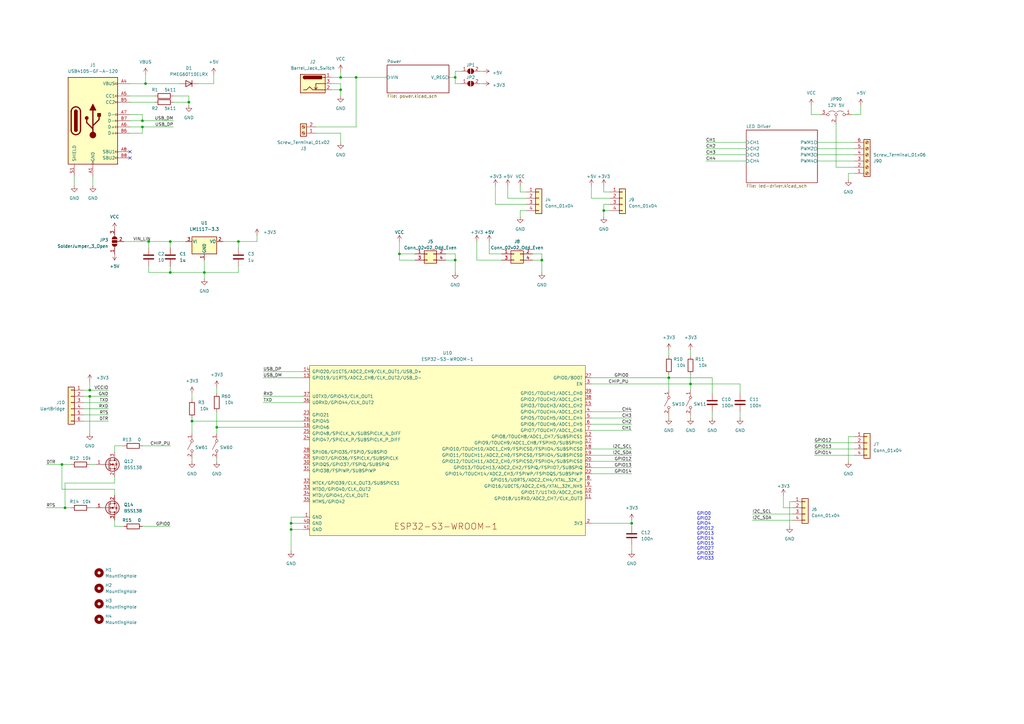
<source format=kicad_sch>
(kicad_sch (version 20230121) (generator eeschema)
  (paper "A3")
  (title_block (title "Starfish") (date "2023-01-30") (rev "A") (company "PaEber Electronics") (comment 1 "ESP based LED driver for ESPHome"))
  (lib_symbols
    (symbol "+3V3_1" (power) (pin_names (offset 0))
      (property "Value" "+3V3_1" (at 0 3.556 0))
      (symbol "+3V3_1_1_1"
        (pin power_in line (at 0 0 90) (length 0) hide (name "+3V3") (number "1"))
      )
    )
    (symbol "+3V3_2" (power) (pin_names (offset 0))
      (property "Value" "+3V3_2" (at 0 3.556 0))
      (symbol "+3V3_2_1_1"
        (pin power_in line (at 0 0 90) (length 0) hide (name "+3V3") (number "1"))
      )
    )
    (symbol "+5V_1" (power) (pin_names (offset 0))
      (property "Value" "+5V_1" (at 0 3.556 0))
      (symbol "+5V_1_1_1"
        (pin power_in line (at 0 0 90) (length 0) hide (name "+5V") (number "1"))
      )
    )
    (symbol "Connector:Barrel_Jack_Switch" (pin_names hide)
      (property "Reference" "J" (at 0 5.334 0))
      (property "Value" "Barrel_Jack_Switch" (at 0 -5.08 0))
      (symbol "Barrel_Jack_Switch_1_1"
        (pin passive line (at 7.62 2.54 180) (length 2.54) (name "~") (number "1"))
        (pin passive line (at 7.62 -2.54 180) (length 2.54) (name "~") (number "2"))
        (pin passive line (at 7.62 0 180) (length 2.54) (name "~") (number "3"))
      )
    )
    (symbol "Connector:Screw_Terminal_01x02" (pin_names (offset 1.016) hide)
      (property "Reference" "J" (at 0 2.54 0))
      (property "Value" "Screw_Terminal_01x02" (at 0 -5.08 0))
      (symbol "Screw_Terminal_01x02_1_1"
        (pin passive line (at -5.08 0 0) (length 3.81) (name "Pin_1") (number "1"))
        (pin passive line (at -5.08 -2.54 0) (length 3.81) (name "Pin_2") (number "2"))
      )
    )
    (symbol "Connector:Screw_Terminal_01x06" (pin_names (offset 1.016) hide)
      (property "Reference" "J" (at 0 7.62 0))
      (property "Value" "Screw_Terminal_01x06" (at 0 -10.16 0))
      (symbol "Screw_Terminal_01x06_1_1"
        (pin passive line (at -5.08 5.08 0) (length 3.81) (name "Pin_1") (number "1"))
        (pin passive line (at -5.08 2.54 0) (length 3.81) (name "Pin_2") (number "2"))
        (pin passive line (at -5.08 0 0) (length 3.81) (name "Pin_3") (number "3"))
        (pin passive line (at -5.08 -2.54 0) (length 3.81) (name "Pin_4") (number "4"))
        (pin passive line (at -5.08 -5.08 0) (length 3.81) (name "Pin_5") (number "5"))
        (pin passive line (at -5.08 -7.62 0) (length 3.81) (name "Pin_6") (number "6"))
      )
    )
    (symbol "Connector_Generic:Conn_01x04" (pin_names (offset 1.016) hide)
      (property "Reference" "J" (at 0 5.08 0))
      (property "Value" "Conn_01x04" (at 0 -7.62 0))
      (symbol "Conn_01x04_1_1"
        (pin passive line (at -5.08 2.54 0) (length 3.81) (name "Pin_1") (number "1"))
        (pin passive line (at -5.08 0 0) (length 3.81) (name "Pin_2") (number "2"))
        (pin passive line (at -5.08 -2.54 0) (length 3.81) (name "Pin_3") (number "3"))
        (pin passive line (at -5.08 -5.08 0) (length 3.81) (name "Pin_4") (number "4"))
      )
    )
    (symbol "Connector_Generic:Conn_01x06" (pin_names (offset 1.016) hide)
      (property "Reference" "J" (at 0 7.62 0))
      (property "Value" "Conn_01x06" (at 0 -10.16 0))
      (symbol "Conn_01x06_1_1"
        (pin passive line (at -5.08 5.08 0) (length 3.81) (name "Pin_1") (number "1"))
        (pin passive line (at -5.08 2.54 0) (length 3.81) (name "Pin_2") (number "2"))
        (pin passive line (at -5.08 0 0) (length 3.81) (name "Pin_3") (number "3"))
        (pin passive line (at -5.08 -2.54 0) (length 3.81) (name "Pin_4") (number "4"))
        (pin passive line (at -5.08 -5.08 0) (length 3.81) (name "Pin_5") (number "5"))
        (pin passive line (at -5.08 -7.62 0) (length 3.81) (name "Pin_6") (number "6"))
      )
    )
    (symbol "Connector_Generic:Conn_02x02_Odd_Even" (pin_names (offset 1.016) hide)
      (property "Reference" "J" (at 1.27 2.54 0))
      (property "Value" "Conn_02x02_Odd_Even" (at 1.27 -5.08 0))
      (symbol "Conn_02x02_Odd_Even_1_1"
        (pin passive line (at -5.08 0 0) (length 3.81) (name "Pin_1") (number "1"))
        (pin passive line (at 7.62 0 180) (length 3.81) (name "Pin_2") (number "2"))
        (pin passive line (at -5.08 -2.54 0) (length 3.81) (name "Pin_3") (number "3"))
        (pin passive line (at 7.62 -2.54 180) (length 3.81) (name "Pin_4") (number "4"))
      )
    )
    (symbol "Device:C" (pin_numbers hide) (pin_names (offset 0.254))
      (property "Reference" "C" (at 0.635 2.54 0))
      (property "Value" "C" (at 0.635 -2.54 0))
      (symbol "C_1_1"
        (pin passive line (at 0 3.81 270) (length 2.794) (name "~") (number "1"))
        (pin passive line (at 0 -3.81 90) (length 2.794) (name "~") (number "2"))
      )
    )
    (symbol "Device:D" (pin_numbers hide) (pin_names (offset 1.016) hide)
      (property "Reference" "D" (at 0 2.54 0))
      (property "Value" "D" (at 0 -2.54 0))
      (symbol "D_1_1"
        (pin passive line (at -3.81 0 0) (length 2.54) (name "K") (number "1"))
        (pin passive line (at 3.81 0 180) (length 2.54) (name "A") (number "2"))
      )
    )
    (symbol "Device:R" (pin_numbers hide) (pin_names (offset 0))
      (property "Reference" "R" (at 2.032 0 90))
      (property "Value" "R" (at 0 0 90))
      (symbol "R_1_1"
        (pin passive line (at 0 3.81 270) (length 1.27) (name "~") (number "1"))
        (pin passive line (at 0 -3.81 90) (length 1.27) (name "~") (number "2"))
      )
    )
    (symbol "Espressif:ESP32-S3-WROOM-1" (pin_names (offset 1.016))
      (property "Reference" "U" (at 0 35.56 0))
      (property "Value" "ESP32-S3-WROOM-1" (at 0 -36.83 0))
      (symbol "ESP32-S3-WROOM-1_0_0"
        (text "ESP32-S3-WROOM-1" (at 0 -31.75 0) (effects (font (size 2.54 2.54))))
        (pin power_in line (at 58.42 -27.94 180) (length 2.54) (name "GND") (number "1"))
        (pin bidirectional line (at -59.69 -17.78 0) (length 2.54) (name "GPIO17/U1TXD/ADC2_CH6") (number "10"))
        (pin bidirectional line (at -59.69 -20.32 0) (length 2.54) (name "GPIO18/U1RXD/ADC2_CH7/CLK_OUT3") (number "11"))
        (pin bidirectional line (at -59.69 5.08 0) (length 2.54) (name "GPIO8/TOUCH8/ADC1_CH7/SUBSPICS1") (number "12"))
        (pin bidirectional line (at 58.42 29.21 180) (length 2.54) (name "GPIO19/U1RTS/ADC2_CH8/CLK_OUT2/USB_D-") (number "13"))
        (pin bidirectional line (at 58.42 31.75 180) (length 2.54) (name "GPIO20/U1CTS/ADC2_CH9/CLK_OUT1/USB_D+") (number "14"))
        (pin bidirectional line (at -59.69 17.78 0) (length 2.54) (name "GPIO3/TOUCH3/ADC1_CH2") (number "15"))
        (pin bidirectional line (at 58.42 8.89 180) (length 2.54) (name "GPIO46") (number "16"))
        (pin bidirectional line (at -59.69 2.54 0) (length 2.54) (name "GPIO9/TOUCH9/ADC1_CH8/FSPIHD/SUBSPIHD") (number "17"))
        (pin bidirectional line (at -59.69 0 0) (length 2.54) (name "GPIO10/TOUCH10/ADC1_CH9/FSPICS0/FSPIIO4/SUBSPICS0") (number "18"))
        (pin bidirectional line (at -59.69 -2.54 0) (length 2.54) (name "GPIO11/TOUCH11/ADC2_CH0/FSPICS0/FSPIIO4/SUBSPICS0") (number "19"))
        (pin power_in line (at -59.69 -30.48 0) (length 2.54) (name "3V3") (number "2"))
        (pin bidirectional line (at -59.69 -5.08 0) (length 2.54) (name "GPIO12/TOUCH11/ADC2_CH0/FSPICS0/FSPIIO4/SUBSPICS0") (number "20"))
        (pin bidirectional line (at -59.69 -7.62 0) (length 2.54) (name "GPIO13/TOUCH13/ADC2_CH2/FSPIQ/FSPIIO7/SUBSPIQ") (number "21"))
        (pin bidirectional line (at -59.69 -10.16 0) (length 2.54) (name "GPIO14/TOUCH14/ADC2_CH3/FSPIWP/FSPIDQS/SUBSPIWP") (number "22"))
        (pin bidirectional line (at 58.42 13.97 180) (length 2.54) (name "GPIO21") (number "23"))
        (pin bidirectional line (at 58.42 3.81 180) (length 2.54) (name "GPIO47/SPICLK_P/SUBSPICLK_P_DIFF") (number "24"))
        (pin bidirectional line (at 58.42 6.35 180) (length 2.54) (name "GPIO48/SPICLK_N/SUBSPICLK_N_DIFF") (number "25"))
        (pin bidirectional line (at 58.42 11.43 180) (length 2.54) (name "GPIO45") (number "26"))
        (pin bidirectional line (at -59.69 29.21 0) (length 2.54) (name "GPIO0/BOOT") (number "27"))
        (pin bidirectional line (at 58.42 -1.27 180) (length 2.54) (name "SPIIO6/GPIO35/FSPID/SUBSPID") (number "28"))
        (pin bidirectional line (at 58.42 -3.81 180) (length 2.54) (name "SPIIO7/GPIO36/FSPICLK/SUBSPICLK") (number "29"))
        (pin input line (at -59.69 26.67 0) (length 2.54) (name "EN") (number "3"))
        (pin bidirectional line (at 58.42 -6.35 180) (length 2.54) (name "SPIDQS/GPIO37/FSPIQ/SUBSPIQ") (number "30"))
        (pin bidirectional line (at 58.42 -8.89 180) (length 2.54) (name "GPIO38/FSPIWP/SUBSPIWP") (number "31"))
        (pin bidirectional line (at 58.42 -13.97 180) (length 2.54) (name "MTCK/GPIO39/CLK_OUT3/SUBSPICS1") (number "32"))
        (pin bidirectional line (at 58.42 -16.51 180) (length 2.54) (name "MTDO/GPIO40/CLK_OUT2") (number "33"))
        (pin bidirectional line (at 58.42 -19.05 180) (length 2.54) (name "MTDI/GPIO41/CLK_OUT1") (number "34"))
        (pin bidirectional line (at 58.42 -21.59 180) (length 2.54) (name "MTMS/GPIO42") (number "35"))
        (pin bidirectional line (at 58.42 19.05 180) (length 2.54) (name "U0RXD/GPIO44/CLK_OUT2") (number "36"))
        (pin bidirectional line (at 58.42 21.59 180) (length 2.54) (name "U0TXD/GPIO43/CLK_OUT1") (number "37"))
        (pin bidirectional line (at -59.69 20.32 0) (length 2.54) (name "GPIO2/TOUCH2/ADC1_CH1") (number "38"))
        (pin bidirectional line (at -59.69 22.86 0) (length 2.54) (name "GPIO1/TOUCH1/ADC1_CH0") (number "39"))
        (pin bidirectional line (at -59.69 15.24 0) (length 2.54) (name "GPIO4/TOUCH4/ADC1_CH3") (number "4"))
        (pin power_in line (at 58.42 -30.48 180) (length 2.54) (name "GND") (number "40"))
        (pin power_in line (at 58.42 -33.02 180) (length 2.54) (name "GND") (number "41"))
        (pin bidirectional line (at -59.69 12.7 0) (length 2.54) (name "GPIO5/TOUCH5/ADC1_CH4") (number "5"))
        (pin bidirectional line (at -59.69 10.16 0) (length 2.54) (name "GPIO6/TOUCH6/ADC1_CH5") (number "6"))
        (pin bidirectional line (at -59.69 7.62 0) (length 2.54) (name "GPIO7/TOUCH7/ADC1_CH6") (number "7"))
        (pin bidirectional line (at -59.69 -12.7 0) (length 2.54) (name "GPIO15/U0RTS/ADC2_CH4/XTAL_32K_P") (number "8"))
        (pin bidirectional line (at -59.69 -15.24 0) (length 2.54) (name "GPIO16/U0CTS/ADC2_CH5/XTAL_32K_NH5") (number "9"))
      )
    )
    (symbol "GND_1" (power) (pin_names (offset 0))
      (property "Value" "GND_1" (at 0 -3.81 0))
      (symbol "GND_1_1_1"
        (pin power_in line (at 0 0 270) (length 0) hide (name "GND") (number "1"))
      )
    )
    (symbol "GND_2" (power) (pin_names (offset 0))
      (property "Value" "GND_2" (at 0 -3.81 0))
      (symbol "GND_2_1_1"
        (pin power_in line (at 0 0 270) (length 0) hide (name "GND") (number "1"))
      )
    )
    (symbol "GND_3" (power) (pin_names (offset 0))
      (property "Value" "GND_3" (at 0 -3.81 0))
      (symbol "GND_3_1_1"
        (pin power_in line (at 0 0 270) (length 0) hide (name "GND") (number "1"))
      )
    )
    (symbol "Jumper:Jumper_3_Open" (pin_names (offset 0) hide)
      (property "Reference" "JP" (at -2.54 -2.54 0))
      (property "Value" "Jumper_3_Open" (at 0 2.794 0))
      (symbol "Jumper_3_Open_1_1"
        (pin passive line (at -6.35 0 0) (length 2.54) (name "A") (number "1"))
        (pin input line (at 0 -3.81 90) (length 2.54) (name "C") (number "2"))
        (pin passive line (at 6.35 0 180) (length 2.54) (name "B") (number "3"))
      )
    )
    (symbol "Jumper:SolderJumper_2_Open" (pin_names (offset 0) hide)
      (property "Reference" "JP" (at 0 2.032 0))
      (property "Value" "SolderJumper_2_Open" (at 0 -2.54 0))
      (symbol "SolderJumper_2_Open_1_1"
        (pin passive line (at -3.81 0 0) (length 2.54) (name "A") (number "1"))
        (pin passive line (at 3.81 0 180) (length 2.54) (name "B") (number "2"))
      )
    )
    (symbol "Jumper:SolderJumper_3_Open" (pin_names (offset 0) hide)
      (property "Reference" "JP" (at -2.54 -2.54 0))
      (property "Value" "SolderJumper_3_Open" (at 0 2.794 0))
      (symbol "SolderJumper_3_Open_1_1"
        (pin passive line (at -5.08 0 0) (length 2.54) (name "A") (number "1"))
        (pin passive line (at 0 -3.81 90) (length 2.54) (name "C") (number "2"))
        (pin passive line (at 5.08 0 180) (length 2.54) (name "B") (number "3"))
      )
    )
    (symbol "Mechanical:MountingHole" (pin_names (offset 1.016))
      (property "Reference" "H" (at 0 5.08 0))
      (property "Value" "MountingHole" (at 0 3.175 0))
    )
    (symbol "Regulator_Linear:LM1117-3.3" (pin_names (offset 0.254))
      (property "Reference" "U" (at -3.81 3.175 0))
      (property "Value" "LM1117-3.3" (at 0 3.175 0))
      (symbol "LM1117-3.3_1_1"
        (pin power_in line (at 0 -7.62 90) (length 2.54) (name "GND") (number "1"))
        (pin power_out line (at 7.62 0 180) (length 2.54) (name "VO") (number "2"))
        (pin power_in line (at -7.62 0 0) (length 2.54) (name "VI") (number "3"))
      )
    )
    (symbol "Transistor_FET:BSS138" (pin_names hide)
      (property "Reference" "Q" (at 5.08 1.905 0))
      (property "Value" "BSS138" (at 5.08 0 0))
      (symbol "BSS138_1_1"
        (pin input line (at -5.08 0 0) (length 2.54) (name "G") (number "1"))
        (pin passive line (at 2.54 -5.08 90) (length 2.54) (name "S") (number "2"))
        (pin passive line (at 2.54 5.08 270) (length 2.54) (name "D") (number "3"))
      )
    )
    (symbol "VCC_1" (power) (pin_names (offset 0))
      (property "Value" "VCC_1" (at 0 3.81 0))
      (symbol "VCC_1_1_1"
        (pin power_in line (at 0 0 90) (length 0) hide (name "VCC") (number "1"))
      )
    )
    (symbol "paeber:1301.9315" (pin_names (offset 0) hide)
      (property "Reference" "SW" (at 0 3.175 0))
      (symbol "1301.9315_1_1"
        (pin passive line (at -5.08 0 0) (length 2.54) (name "A") (number "1"))
        (pin passive line (at 5.08 0 180) (length 2.54) (name "B") (number "2"))
      )
    )
    (symbol "paeber:USB4105-GF-A-120" (pin_names (offset 1.016))
      (property "Reference" "J?" (at 0 22.86 0))
      (property "Value" "USB4105-GF-A-120" (at 0 20.32 0))
      (symbol "USB4105-GF-A-120_1_1"
        (pin passive line (at 0 -22.86 90) (length 5.08) (name "GND") (number "A1"))
        (pin passive line (at 0 -22.86 90) (length 5.08) hide (name "GND") (number "A12"))
        (pin passive line (at 15.24 15.24 180) (length 5.08) (name "VBUS") (number "A4"))
        (pin bidirectional line (at 15.24 10.16 180) (length 5.08) (name "CC1") (number "A5"))
        (pin bidirectional line (at 15.24 -2.54 180) (length 5.08) (name "D+") (number "A6"))
        (pin bidirectional line (at 15.24 2.54 180) (length 5.08) (name "D-") (number "A7"))
        (pin bidirectional line (at 15.24 -12.7 180) (length 5.08) (name "SBU1") (number "A8"))
        (pin passive line (at 15.24 15.24 180) (length 5.08) hide (name "VBUS") (number "A9"))
        (pin passive line (at 0 -22.86 90) (length 5.08) hide (name "GND") (number "B1"))
        (pin passive line (at 0 -22.86 90) (length 5.08) hide (name "GND") (number "B12"))
        (pin passive line (at 15.24 15.24 180) (length 5.08) hide (name "VBUS") (number "B4"))
        (pin bidirectional line (at 15.24 7.62 180) (length 5.08) (name "CC2") (number "B5"))
        (pin bidirectional line (at 15.24 -5.08 180) (length 5.08) (name "D+") (number "B6"))
        (pin bidirectional line (at 15.24 0 180) (length 5.08) (name "D-") (number "B7"))
        (pin bidirectional line (at 15.24 -15.24 180) (length 5.08) (name "SBU2") (number "B8"))
        (pin passive line (at 15.24 15.24 180) (length 5.08) hide (name "VBUS") (number "B9"))
        (pin passive line (at -7.62 -22.86 90) (length 5.08) (name "SHIELD") (number "S1"))
      )
    )
    (symbol "power:+3V3" (power) (pin_names (offset 0))
      (property "Value" "+3V3" (at 0 3.556 0))
      (symbol "+3V3_1_1"
        (pin power_in line (at 0 0 90) (length 0) hide (name "+3V3") (number "1"))
      )
    )
    (symbol "power:+5V" (power) (pin_names (offset 0))
      (property "Value" "+5V" (at 0 3.556 0))
      (symbol "+5V_1_1"
        (pin power_in line (at 0 0 90) (length 0) hide (name "+5V") (number "1"))
      )
    )
    (symbol "power:GND" (power) (pin_names (offset 0))
      (property "Value" "GND" (at 0 -3.81 0))
      (symbol "GND_1_1"
        (pin power_in line (at 0 0 270) (length 0) hide (name "GND") (number "1"))
      )
    )
    (symbol "power:VBUS" (power) (pin_names (offset 0))
      (property "Value" "VBUS" (at 0 3.81 0))
      (symbol "VBUS_1_1"
        (pin power_in line (at 0 0 90) (length 0) hide (name "VBUS") (number "1"))
      )
    )
    (symbol "power:VCC" (power) (pin_names (offset 0))
      (property "Value" "VCC" (at 0 3.81 0))
      (symbol "VCC_1_1"
        (pin power_in line (at 0 0 90) (length 0) hide (name "VCC") (number "1"))
      )
    )
  )
  (junction (at 247.65 86.36))
  (junction (at 186.69 31.75))
  (junction (at 36.83 160.02))
  (junction (at 259.08 214.63))
  (junction (at 139.7 36.83))
  (junction (at 69.85 111.76))
  (junction (at 119.38 214.63))
  (junction (at 58.42 52.07))
  (junction (at 83.82 111.76))
  (junction (at 25.4 190.5))
  (junction (at 119.38 217.17))
  (junction (at 59.69 34.29))
  (junction (at 274.32 154.94))
  (junction (at 77.47 41.91))
  (junction (at 26.67 208.28))
  (junction (at 97.79 99.06))
  (junction (at 146.05 31.75))
  (junction (at 78.74 172.72))
  (junction (at 60.96 99.06))
  (junction (at 36.83 162.56))
  (junction (at 58.42 49.53))
  (junction (at 69.85 99.06))
  (junction (at 186.69 106.68))
  (junction (at 88.9 175.26))
  (junction (at 222.25 106.68))
  (junction (at 163.83 104.14))
  (junction (at 139.7 31.75))
  (junction (at 283.21 157.48))
  (no_connect (at 53.34 62.23))
  (no_connect (at 53.34 64.77))
  (wire (pts (xy 77.47 41.91) (xy 77.47 39.37)))
  (wire (pts (xy 119.38 212.09) (xy 119.38 214.63)))
  (wire (pts (xy 69.85 99.06) (xy 76.2 99.06)))
  (wire (pts (xy 25.4 190.5) (xy 29.21 190.5)))
  (wire (pts (xy 186.69 104.14) (xy 182.88 104.14)))
  (wire (pts (xy 335.28 63.5) (xy 350.52 63.5)))
  (wire (pts (xy 59.69 34.29) (xy 53.34 34.29)))
  (wire (pts (xy 163.83 104.14) (xy 163.83 106.68)))
  (wire (pts (xy 146.05 52.07) (xy 146.05 31.75)))
  (wire (pts (xy 325.12 213.36) (xy 308.61 213.36)))
  (wire (pts (xy 213.36 86.36) (xy 215.9 86.36)))
  (wire (pts (xy 283.21 170.18) (xy 283.21 171.45)))
  (wire (pts (xy 242.57 189.23) (xy 259.08 189.23)))
  (wire (pts (xy 163.83 99.06) (xy 163.83 104.14)))
  (wire (pts (xy 335.28 66.04) (xy 350.52 66.04)))
  (wire (pts (xy 26.67 198.12) (xy 26.67 208.28)))
  (wire (pts (xy 44.45 162.56) (xy 36.83 162.56)))
  (wire (pts (xy 350.52 181.61) (xy 334.01 181.61)))
  (wire (pts (xy 19.05 190.5) (xy 25.4 190.5)))
  (wire (pts (xy 139.7 31.75) (xy 146.05 31.75)))
  (wire (pts (xy 38.1 72.39) (xy 38.1 76.2)))
  (wire (pts (xy 46.99 203.2) (xy 46.99 200.66)))
  (wire (pts (xy 88.9 175.26) (xy 124.46 175.26)))
  (wire (pts (xy 124.46 212.09) (xy 119.38 212.09)))
  (wire (pts (xy 283.21 143.51) (xy 283.21 146.05)))
  (wire (pts (xy 50.8 99.06) (xy 60.96 99.06)))
  (wire (pts (xy 292.1 154.94) (xy 292.1 161.29)))
  (wire (pts (xy 247.65 83.82) (xy 250.19 83.82)))
  (wire (pts (xy 215.9 81.28) (xy 208.28 81.28)))
  (wire (pts (xy 306.07 60.96) (xy 289.56 60.96)))
  (wire (pts (xy 97.79 99.06) (xy 97.79 101.6)))
  (wire (pts (xy 347.98 179.07) (xy 347.98 189.23)))
  (wire (pts (xy 30.48 72.39) (xy 30.48 76.2)))
  (wire (pts (xy 60.96 111.76) (xy 69.85 111.76)))
  (wire (pts (xy 50.8 215.9) (xy 46.99 215.9)))
  (wire (pts (xy 69.85 101.6) (xy 69.85 99.06)))
  (wire (pts (xy 44.45 160.02) (xy 36.83 160.02)))
  (wire (pts (xy 195.58 99.06) (xy 195.58 106.68)))
  (wire (pts (xy 250.19 78.74) (xy 247.65 78.74)))
  (wire (pts (xy 124.46 152.4) (xy 107.95 152.4)))
  (wire (pts (xy 58.42 52.07) (xy 71.12 52.07)))
  (wire (pts (xy 58.42 215.9) (xy 69.85 215.9)))
  (wire (pts (xy 44.45 165.1) (xy 34.29 165.1)))
  (wire (pts (xy 19.05 208.28) (xy 26.67 208.28)))
  (wire (pts (xy 124.46 217.17) (xy 119.38 217.17)))
  (wire (pts (xy 242.57 168.91) (xy 259.08 168.91)))
  (wire (pts (xy 247.65 86.36) (xy 247.65 83.82)))
  (wire (pts (xy 36.83 160.02) (xy 34.29 160.02)))
  (wire (pts (xy 107.95 165.1) (xy 124.46 165.1)))
  (wire (pts (xy 353.06 43.18) (xy 353.06 46.99)))
  (wire (pts (xy 336.55 46.99) (xy 332.74 46.99)))
  (wire (pts (xy 58.42 49.53) (xy 53.34 49.53)))
  (wire (pts (xy 292.1 168.91) (xy 292.1 171.45)))
  (wire (pts (xy 69.85 111.76) (xy 83.82 111.76)))
  (wire (pts (xy 186.69 111.76) (xy 186.69 106.68)))
  (wire (pts (xy 342.9 50.8) (xy 342.9 68.58)))
  (wire (pts (xy 323.85 215.9) (xy 323.85 205.74)))
  (wire (pts (xy 119.38 217.17) (xy 119.38 226.06)))
  (wire (pts (xy 242.57 154.94) (xy 274.32 154.94)))
  (wire (pts (xy 303.53 168.91) (xy 303.53 171.45)))
  (wire (pts (xy 77.47 39.37) (xy 71.12 39.37)))
  (wire (pts (xy 203.2 76.2) (xy 203.2 83.82)))
  (wire (pts (xy 58.42 52.07) (xy 53.34 52.07)))
  (wire (pts (xy 347.98 73.66) (xy 347.98 71.12)))
  (wire (pts (xy 46.99 182.88) (xy 46.99 185.42)))
  (wire (pts (xy 259.08 215.9) (xy 259.08 214.63)))
  (wire (pts (xy 129.54 52.07) (xy 146.05 52.07)))
  (wire (pts (xy 119.38 214.63) (xy 119.38 217.17)))
  (wire (pts (xy 53.34 46.99) (xy 58.42 46.99)))
  (wire (pts (xy 58.42 46.99) (xy 58.42 49.53)))
  (wire (pts (xy 349.25 46.99) (xy 353.06 46.99)))
  (wire (pts (xy 200.66 104.14) (xy 200.66 99.06)))
  (wire (pts (xy 350.52 186.69) (xy 334.01 186.69)))
  (wire (pts (xy 44.45 172.72) (xy 34.29 172.72)))
  (wire (pts (xy 87.63 30.48) (xy 87.63 34.29)))
  (wire (pts (xy 146.05 31.75) (xy 158.75 31.75)))
  (wire (pts (xy 88.9 187.96) (xy 88.9 189.23)))
  (wire (pts (xy 83.82 111.76) (xy 97.79 111.76)))
  (wire (pts (xy 323.85 205.74) (xy 325.12 205.74)))
  (wire (pts (xy 259.08 223.52) (xy 259.08 226.06)))
  (wire (pts (xy 242.57 214.63) (xy 259.08 214.63)))
  (wire (pts (xy 335.28 58.42) (xy 350.52 58.42)))
  (wire (pts (xy 36.83 162.56) (xy 36.83 177.8)))
  (wire (pts (xy 60.96 99.06) (xy 69.85 99.06)))
  (wire (pts (xy 87.63 34.29) (xy 81.28 34.29)))
  (wire (pts (xy 203.2 83.82) (xy 215.9 83.82)))
  (wire (pts (xy 213.36 76.2) (xy 213.36 78.74)))
  (wire (pts (xy 53.34 54.61) (xy 58.42 54.61)))
  (wire (pts (xy 274.32 153.67) (xy 274.32 154.94)))
  (wire (pts (xy 350.52 184.15) (xy 334.01 184.15)))
  (wire (pts (xy 347.98 179.07) (xy 350.52 179.07)))
  (wire (pts (xy 26.67 208.28) (xy 29.21 208.28)))
  (wire (pts (xy 78.74 187.96) (xy 78.74 189.23)))
  (wire (pts (xy 163.83 104.14) (xy 170.18 104.14)))
  (wire (pts (xy 44.45 167.64) (xy 34.29 167.64)))
  (wire (pts (xy 182.88 106.68) (xy 186.69 106.68)))
  (wire (pts (xy 218.44 106.68) (xy 222.25 106.68)))
  (wire (pts (xy 78.74 172.72) (xy 124.46 172.72)))
  (wire (pts (xy 306.07 66.04) (xy 289.56 66.04)))
  (wire (pts (xy 242.57 194.31) (xy 259.08 194.31)))
  (wire (pts (xy 222.25 111.76) (xy 222.25 106.68)))
  (wire (pts (xy 242.57 157.48) (xy 283.21 157.48)))
  (wire (pts (xy 242.57 191.77) (xy 259.08 191.77)))
  (wire (pts (xy 139.7 36.83) (xy 139.7 34.29)))
  (wire (pts (xy 163.83 106.68) (xy 170.18 106.68)))
  (wire (pts (xy 195.58 106.68) (xy 205.74 106.68)))
  (wire (pts (xy 88.9 168.91) (xy 88.9 175.26)))
  (wire (pts (xy 36.83 190.5) (xy 39.37 190.5)))
  (wire (pts (xy 186.69 106.68) (xy 186.69 104.14)))
  (wire (pts (xy 259.08 214.63) (xy 259.08 213.36)))
  (wire (pts (xy 83.82 106.68) (xy 83.82 111.76)))
  (wire (pts (xy 242.57 171.45) (xy 259.08 171.45)))
  (wire (pts (xy 242.57 81.28) (xy 242.57 76.2)))
  (wire (pts (xy 213.36 88.9) (xy 213.36 86.36)))
  (wire (pts (xy 186.69 29.21) (xy 186.69 31.75)))
  (wire (pts (xy 50.8 182.88) (xy 46.99 182.88)))
  (wire (pts (xy 59.69 30.48) (xy 59.69 34.29)))
  (wire (pts (xy 242.57 176.53) (xy 259.08 176.53)))
  (wire (pts (xy 222.25 106.68) (xy 222.25 104.14)))
  (wire (pts (xy 186.69 34.29) (xy 186.69 31.75)))
  (wire (pts (xy 283.21 153.67) (xy 283.21 157.48)))
  (wire (pts (xy 124.46 214.63) (xy 119.38 214.63)))
  (wire (pts (xy 306.07 58.42) (xy 289.56 58.42)))
  (wire (pts (xy 139.7 54.61) (xy 139.7 58.42)))
  (wire (pts (xy 46.99 200.66) (xy 25.4 200.66)))
  (wire (pts (xy 186.69 31.75) (xy 184.15 31.75)))
  (wire (pts (xy 325.12 210.82) (xy 308.61 210.82)))
  (wire (pts (xy 78.74 171.45) (xy 78.74 172.72)))
  (wire (pts (xy 247.65 78.74) (xy 247.65 76.2)))
  (wire (pts (xy 91.44 99.06) (xy 97.79 99.06)))
  (wire (pts (xy 347.98 71.12) (xy 350.52 71.12)))
  (wire (pts (xy 129.54 54.61) (xy 139.7 54.61)))
  (wire (pts (xy 283.21 160.02) (xy 283.21 157.48)))
  (wire (pts (xy 105.41 96.52) (xy 105.41 99.06)))
  (wire (pts (xy 107.95 162.56) (xy 124.46 162.56)))
  (wire (pts (xy 139.7 31.75) (xy 139.7 29.21)))
  (wire (pts (xy 53.34 39.37) (xy 63.5 39.37)))
  (wire (pts (xy 60.96 109.22) (xy 60.96 111.76)))
  (wire (pts (xy 46.99 215.9) (xy 46.99 213.36)))
  (wire (pts (xy 135.89 36.83) (xy 139.7 36.83)))
  (wire (pts (xy 44.45 170.18) (xy 34.29 170.18)))
  (wire (pts (xy 58.42 54.61) (xy 58.42 52.07)))
  (wire (pts (xy 25.4 200.66) (xy 25.4 190.5)))
  (wire (pts (xy 53.34 41.91) (xy 63.5 41.91)))
  (wire (pts (xy 325.12 208.28) (xy 321.31 208.28)))
  (wire (pts (xy 78.74 161.29) (xy 78.74 163.83)))
  (wire (pts (xy 222.25 104.14) (xy 218.44 104.14)))
  (wire (pts (xy 274.32 170.18) (xy 274.32 171.45)))
  (wire (pts (xy 46.99 195.58) (xy 46.99 198.12)))
  (wire (pts (xy 124.46 154.94) (xy 107.95 154.94)))
  (wire (pts (xy 77.47 43.18) (xy 77.47 41.91)))
  (wire (pts (xy 250.19 81.28) (xy 242.57 81.28)))
  (wire (pts (xy 303.53 157.48) (xy 303.53 161.29)))
  (wire (pts (xy 215.9 78.74) (xy 213.36 78.74)))
  (wire (pts (xy 97.79 109.22) (xy 97.79 111.76)))
  (wire (pts (xy 83.82 111.76) (xy 83.82 114.3)))
  (wire (pts (xy 139.7 39.37) (xy 139.7 36.83)))
  (wire (pts (xy 247.65 88.9) (xy 247.65 86.36)))
  (wire (pts (xy 274.32 143.51) (xy 274.32 146.05)))
  (wire (pts (xy 342.9 68.58) (xy 350.52 68.58)))
  (wire (pts (xy 36.83 156.21) (xy 36.83 160.02)))
  (wire (pts (xy 36.83 162.56) (xy 34.29 162.56)))
  (wire (pts (xy 205.74 104.14) (xy 200.66 104.14)))
  (wire (pts (xy 321.31 208.28) (xy 321.31 203.2)))
  (wire (pts (xy 196.85 29.21) (xy 198.12 29.21)))
  (wire (pts (xy 292.1 154.94) (xy 274.32 154.94)))
  (wire (pts (xy 332.74 43.18) (xy 332.74 46.99)))
  (wire (pts (xy 58.42 182.88) (xy 69.85 182.88)))
  (wire (pts (xy 46.99 198.12) (xy 26.67 198.12)))
  (wire (pts (xy 242.57 173.99) (xy 259.08 173.99)))
  (wire (pts (xy 242.57 184.15) (xy 259.08 184.15)))
  (wire (pts (xy 88.9 175.26) (xy 88.9 177.8)))
  (wire (pts (xy 306.07 63.5) (xy 289.56 63.5)))
  (wire (pts (xy 335.28 60.96) (xy 350.52 60.96)))
  (wire (pts (xy 135.89 31.75) (xy 139.7 31.75)))
  (wire (pts (xy 208.28 81.28) (xy 208.28 76.2)))
  (wire (pts (xy 189.23 34.29) (xy 186.69 34.29)))
  (wire (pts (xy 274.32 154.94) (xy 274.32 160.02)))
  (wire (pts (xy 78.74 172.72) (xy 78.74 177.8)))
  (wire (pts (xy 60.96 99.06) (xy 60.96 101.6)))
  (wire (pts (xy 196.85 34.29) (xy 198.12 34.29)))
  (wire (pts (xy 242.57 186.69) (xy 259.08 186.69)))
  (wire (pts (xy 189.23 29.21) (xy 186.69 29.21)))
  (wire (pts (xy 71.12 41.91) (xy 77.47 41.91)))
  (wire (pts (xy 88.9 158.75) (xy 88.9 161.29)))
  (wire (pts (xy 97.79 99.06) (xy 105.41 99.06)))
  (wire (pts (xy 58.42 49.53) (xy 71.12 49.53)))
  (wire (pts (xy 69.85 109.22) (xy 69.85 111.76)))
  (wire (pts (xy 139.7 34.29) (xy 135.89 34.29)))
  (wire (pts (xy 247.65 86.36) (xy 250.19 86.36)))
  (wire (pts (xy 283.21 157.48) (xy 303.53 157.48)))
  (wire (pts (xy 59.69 34.29) (xy 73.66 34.29)))
  (wire (pts (xy 36.83 208.28) (xy 39.37 208.28)))
  (text "GPIO0\nGPIO2\nGPIO4\nGPIO12\nGPIO13\nGPIO14\nGPIO15\nGPIO27\nGPIO32\nGPIO33" (at 285.75 229.87 0) (effects (font (size 1.27 1.27)) (justify left bottom)))
  (label "USB_DP" (at 71.12 52.07 180))
  (label "VCCIO" (at 44.45 160.02 180))
  (label "TXD" (at 107.95 165.1 0))
  (label "GPIO12" (at 334.01 181.61 0))
  (label "CH2" (at 259.08 173.99 180))
  (label "USB_DM" (at 71.12 49.53 180))
  (label "TXD" (at 44.45 165.1 180))
  (label "RTS" (at 44.45 170.18 180))
  (label "GPIO14" (at 259.08 194.31 180))
  (label "USB_DM" (at 107.95 154.94 0))
  (label "RTS" (at 19.05 208.28 0))
  (label "I2C_SDA" (at 259.08 186.69 180))
  (label "VIN_LIN" (at 54.61 99.06 0))
  (label "RXD" (at 44.45 167.64 180))
  (label "I2C_SCL" (at 308.61 210.82 0))
  (label "GPIO13" (at 259.08 191.77 180))
  (label "CH2" (at 289.56 60.96 0))
  (label "I2C_SDA" (at 308.61 213.36 0))
  (label "CH1" (at 289.56 58.42 0))
  (label "CHIP_PU" (at 69.85 182.88 180))
  (label "CH4" (at 289.56 66.04 0))
  (label "I2C_SCL" (at 259.08 184.15 180))
  (label "USB_DP" (at 107.95 152.4 0))
  (label "CHIP_PU" (at 257.81 157.48 180))
  (label "GPIO13" (at 334.01 184.15 0))
  (label "GPIO14" (at 334.01 186.69 0))
  (label "CH4" (at 259.08 168.91 180))
  (label "GND" (at 44.45 162.56 180))
  (label "DTR" (at 44.45 172.72 180))
  (label "DTR" (at 19.05 190.5 0))
  (label "RXD" (at 107.95 162.56 0))
  (label "CH3" (at 259.08 171.45 180))
  (label "CH1" (at 259.08 176.53 180))
  (label "GPIO0" (at 69.85 215.9 180))
  (label "CH3" (at 289.56 63.5 0))
  (label "GPIO0" (at 257.81 154.94 180))
  (label "GPIO12" (at 259.08 189.23 180))
  (symbol (lib_id "power:VCC") (at 332.74 43.18 0) (mirror y) (unit 1)
    (property "Reference" "#PWR0124" (effects hide))
    (property "Value" "VCC" (at 332.74 38.1 0))
  )
  (symbol (lib_id "power:VBUS") (at 59.69 30.48 0) (unit 1)
    (property "Reference" "#PWR0107" (effects hide))
    (property "Value" "VBUS" (at 59.69 25.4 0))
  )
  (symbol (lib_id "power:+3V3") (at 88.9 158.75 0) (unit 1)
    (property "Reference" "#PWR0137" (effects hide))
    (property "Value" "+3V3" (at 88.9 153.67 0))
  )
  (symbol (lib_id "power:+3V3") (at 78.74 161.29 0) (unit 1)
    (property "Reference" "#PWR011" (effects hide))
    (property "Value" "+3V3" (at 78.74 156.21 0))
  )
  (symbol (lib_id "Mechanical:MountingHole") (at 40.64 254 0) (unit 1)
    (property "Reference" "H4" (at 43.18 252.7299 0) (effects (justify left)))
    (property "Value" "MountingHole" (at 43.18 255.2699 0) (effects (justify left)))
    (property "Footprint" "MountingHole:MountingHole_3.2mm_M3_DIN965_Pad_TopBottom" (effects hide))
  )
  (symbol (lib_id "Connector_Generic:Conn_01x04") (at 355.6 181.61 0) (unit 1)
    (property "Reference" "J7" (at 358.14 182.245 0) (effects (justify left)))
    (property "Value" "Conn_01x04" (at 358.14 184.785 0) (effects (justify left)))
    (property "Footprint" "Connector_PinSocket_2.54mm:PinSocket_1x04_P2.54mm_Vertical" (effects hide))
  )
  (symbol (lib_id "Transistor_FET:BSS138") (at 44.45 190.5 0) (unit 1)
    (property "Reference" "Q12" (at 50.8 189.2299 0) (effects (justify left)))
    (property "Value" "BSS138" (at 50.8 191.7699 0) (effects (justify left)))
    (property "Footprint" "Package_TO_SOT_SMD:SOT-23" (effects hide))
    (property "Datasheet" "https://www.onsemi.com/pub/Collateral/BSS138-D.PDF" (effects hide))
  )
  (symbol (lib_id "Device:R") (at 33.02 190.5 270) (mirror x) (unit 1)
    (property "Reference" "R12" (at 30.48 187.96 90))
    (property "Value" "10k" (at 35.56 187.96 90))
    (property "Footprint" "Resistor_SMD:R_0603_1608Metric_Pad0.98x0.95mm_HandSolder" (effects hide))
  )
  (symbol (lib_name "+3V3_2") (lib_id "power:+3V3") (at 195.58 99.06 0) (unit 1)
    (property "Reference" "#PWR010" (effects hide))
    (property "Value" "+3V3" (at 195.58 95.25 0))
  )
  (symbol (lib_id "power:GND") (at 36.83 177.8 0) (mirror y) (unit 1)
    (property "Reference" "#PWR0135" (effects hide))
    (property "Value" "GND" (at 36.83 182.88 0))
  )
  (symbol (lib_name "VCC_1") (lib_id "power:VCC") (at 213.36 76.2 0) (unit 1)
    (property "Reference" "#PWR07" (effects hide))
    (property "Value" "VCC" (at 213.36 72.39 0))
  )
  (symbol (lib_name "GND_3") (lib_id "power:GND") (at 323.85 215.9 0) (unit 1)
    (property "Reference" "#PWR013" (effects hide))
    (property "Value" "GND" (at 323.85 220.98 0))
  )
  (symbol (lib_id "power:GND") (at 292.1 171.45 0) (unit 1)
    (property "Reference" "#PWR0130" (effects hide))
    (property "Value" "GND" (at 292.1 176.53 0))
  )
  (symbol (lib_id "Device:C") (at 259.08 219.71 0) (mirror y) (unit 1)
    (property "Reference" "C12" (at 262.89 218.4399 0) (effects (justify right)))
    (property "Value" "100n" (at 262.89 220.9799 0) (effects (justify right)))
    (property "Footprint" "Capacitor_SMD:C_0805_2012Metric_Pad1.18x1.45mm_HandSolder" (effects hide))
  )
  (symbol (lib_id "paeber:USB4105-GF-A-120") (at 38.1 49.53 0) (unit 1)
    (property "Reference" "J1" (at 38.1 26.67 0))
    (property "Value" "USB4105-GF-A-120" (at 38.1 29.21 0))
    (property "Footprint" "Connector_USB:USB_C_Receptacle_HRO_TYPE-C-31-M-12" (effects hide))
    (property "Datasheet" "https://www.usb.org/sites/default/files/documents/usb_type-c.zip" (effects hide))
    (property "Mouser" "640-USB4105-GF-A-120" (effects hide))
  )
  (symbol (lib_id "Jumper:Jumper_3_Open") (at 342.9 46.99 0) (mirror y) (unit 1)
    (property "Reference" "JP90" (at 342.9 40.64 0))
    (property "Value" "12V 5V" (at 342.9 43.18 0))
    (property "Footprint" "Jumper:SolderJumper-3_P1.3mm_Open_RoundedPad1.0x1.5mm_NumberLabels" (effects hide))
  )
  (symbol (lib_id "Device:R") (at 274.32 149.86 0) (mirror x) (unit 1)
    (property "Reference" "R10" (at 278.13 147.32 0))
    (property "Value" "10k" (at 279.4 149.86 0))
    (property "Footprint" "Resistor_SMD:R_0603_1608Metric_Pad0.98x0.95mm_HandSolder" (effects hide))
  )
  (symbol (lib_id "power:+3V3") (at 274.32 143.51 0) (unit 1)
    (property "Reference" "#PWR0127" (effects hide))
    (property "Value" "+3V3" (at 274.32 138.43 0))
  )
  (symbol (lib_id "power:GND") (at 78.74 189.23 0) (unit 1)
    (property "Reference" "#PWR012" (effects hide))
    (property "Value" "GND" (at 78.74 194.31 0))
  )
  (symbol (lib_id "power:+5V") (at 87.63 30.48 0) (unit 1)
    (property "Reference" "#PWR0108" (effects hide))
    (property "Value" "+5V" (at 87.63 25.4 0))
  )
  (symbol (lib_id "Connector_Generic:Conn_02x02_Odd_Even") (at 175.26 104.14 0) (unit 1)
    (property "Reference" "J5" (at 176.53 99.06 0))
    (property "Value" "Conn_02x02_Odd_Even" (at 176.53 101.6 0))
    (property "Footprint" "Connector_PinHeader_2.54mm:PinHeader_2x02_P2.54mm_Vertical" (effects hide))
  )
  (symbol (lib_id "Connector_Generic:Conn_01x04") (at 220.98 81.28 0) (unit 1)
    (property "Reference" "J4" (at 223.52 81.915 0) (effects (justify left)))
    (property "Value" "Conn_01x04" (at 223.52 84.455 0) (effects (justify left)))
    (property "Footprint" "Connector_PinSocket_2.54mm:PinSocket_1x04_P2.54mm_Vertical" (effects hide))
  )
  (symbol (lib_id "power:+3V3") (at 283.21 143.51 0) (unit 1)
    (property "Reference" "#PWR0128" (effects hide))
    (property "Value" "+3V3" (at 283.21 138.43 0))
  )
  (symbol (lib_id "power:+3V3") (at 259.08 213.36 0) (mirror y) (unit 1)
    (property "Reference" "#PWR0133" (effects hide))
    (property "Value" "+3V3" (at 259.08 208.28 0))
  )
  (symbol (lib_id "Device:C") (at 303.53 165.1 0) (mirror y) (unit 1)
    (property "Reference" "C11" (at 307.34 163.8299 0) (effects (justify right)))
    (property "Value" "100n" (at 307.34 166.3699 0) (effects (justify right)))
    (property "Footprint" "Capacitor_SMD:C_0805_2012Metric_Pad1.18x1.45mm_HandSolder" (effects hide))
  )
  (symbol (lib_id "Regulator_Linear:LM1117-3.3") (at 83.82 99.06 0) (unit 1)
    (property "Reference" "U1" (at 83.82 91.44 0))
    (property "Value" "LM1117-3.3" (at 83.82 93.98 0))
    (property "Footprint" "Package_TO_SOT_SMD:SOT-223-3_TabPin2" (effects hide))
    (property "Datasheet" "http://www.ti.com/lit/ds/symlink/lm1117.pdf" (effects hide))
  )
  (symbol (lib_id "Device:R") (at 33.02 208.28 270) (mirror x) (unit 1)
    (property "Reference" "R14" (at 30.48 205.74 90))
    (property "Value" "10k" (at 35.56 205.74 90))
    (property "Footprint" "Resistor_SMD:R_0603_1608Metric_Pad0.98x0.95mm_HandSolder" (effects hide))
  )
  (symbol (lib_id "Mechanical:MountingHole") (at 40.64 247.65 0) (unit 1)
    (property "Reference" "H3" (at 43.18 246.3799 0) (effects (justify left)))
    (property "Value" "MountingHole" (at 43.18 248.9199 0) (effects (justify left)))
    (property "Footprint" "MountingHole:MountingHole_3.2mm_M3_DIN965_Pad_TopBottom" (effects hide))
  )
  (symbol (lib_name "+5V_1") (lib_id "power:+5V") (at 208.28 76.2 0) (unit 1)
    (property "Reference" "#PWR04" (effects hide))
    (property "Value" "+5V" (at 208.28 72.39 0))
  )
  (symbol (lib_id "paeber:1301.9315") (at 88.9 182.88 90) (mirror x) (unit 1)
    (property "Reference" "SW60" (at 90.17 183.515 90) (effects (justify right)))
    (property "Value" "1301.9315" (effects hide))
    (property "Footprint" "paeber:13019319" (effects hide))
    (property "Datasheet" "https://www.mouser.ch/datasheet/2/358/typ_6x6_mm_tact_switches-1275689.pdf" (effects hide))
    (property "Mouser" "693-1301.9315" (effects hide))
  )
  (symbol (lib_id "paeber:1301.9315") (at 274.32 165.1 90) (mirror x) (unit 1)
    (property "Reference" "SW10" (at 275.59 165.735 90) (effects (justify right)))
    (property "Value" "1301.9315" (effects hide))
    (property "Footprint" "paeber:13019319" (effects hide))
    (property "Datasheet" "https://www.mouser.ch/datasheet/2/358/typ_6x6_mm_tact_switches-1275689.pdf" (effects hide))
    (property "Mouser" "693-1301.9315" (effects hide))
  )
  (symbol (lib_name "GND_2") (lib_id "power:GND") (at 186.69 111.76 0) (mirror y) (unit 1)
    (property "Reference" "#PWR09" (effects hide))
    (property "Value" "GND" (at 186.69 116.84 0))
  )
  (symbol (lib_name "GND_2") (lib_id "power:GND") (at 222.25 111.76 0) (mirror y) (unit 1)
    (property "Reference" "#PWR017" (effects hide))
    (property "Value" "GND" (at 222.25 116.84 0))
  )
  (symbol (lib_id "power:+5V") (at 198.12 29.21 270) (unit 1)
    (property "Reference" "#PWR0118" (effects hide))
    (property "Value" "+5V" (at 201.93 29.845 90) (effects (justify left)))
  )
  (symbol (lib_name "GND_1") (lib_id "power:GND") (at 347.98 73.66 0) (unit 1)
    (property "Reference" "#PWR02" (effects hide))
    (property "Value" "GND" (at 347.98 78.74 0))
  )
  (symbol (lib_id "Device:C") (at 97.79 105.41 0) (unit 1)
    (property "Reference" "C3" (at 101.6 104.1399 0) (effects (justify left)))
    (property "Value" "1u" (at 101.6 106.6799 0) (effects (justify left)))
    (property "Footprint" "Capacitor_SMD:C_0805_2012Metric_Pad1.18x1.45mm_HandSolder" (effects hide))
  )
  (symbol (lib_id "Connector_Generic:Conn_01x04") (at 330.2 208.28 0) (unit 1)
    (property "Reference" "J6" (at 332.74 208.915 0) (effects (justify left)))
    (property "Value" "Conn_01x04" (at 332.74 211.455 0) (effects (justify left)))
    (property "Footprint" "Connector_PinSocket_2.54mm:PinSocket_1x04_P2.54mm_Vertical" (effects hide))
  )
  (symbol (lib_id "Connector_Generic:Conn_01x06") (at 29.21 165.1 0) (mirror y) (unit 1)
    (property "Reference" "J10" (at 26.67 165.0999 0) (effects (justify left)))
    (property "Value" "UartBridge" (at 26.67 167.6399 0) (effects (justify left)))
    (property "Footprint" "Connector_PinSocket_2.54mm:PinSocket_1x06_P2.54mm_Vertical" (effects hide))
  )
  (symbol (lib_id "power:GND") (at 77.47 43.18 0) (unit 1)
    (property "Reference" "#PWR0106" (effects hide))
    (property "Value" "GND" (at 77.47 48.26 0))
  )
  (symbol (lib_id "Device:R") (at 78.74 167.64 0) (mirror x) (unit 1)
    (property "Reference" "R3" (at 82.55 165.1 0))
    (property "Value" "10k" (at 83.82 167.64 0))
    (property "Footprint" "Resistor_SMD:R_0603_1608Metric_Pad0.98x0.95mm_HandSolder" (effects hide))
  )
  (symbol (lib_id "power:GND") (at 88.9 189.23 0) (unit 1)
    (property "Reference" "#PWR0134" (effects hide))
    (property "Value" "GND" (at 88.9 194.31 0))
  )
  (symbol (lib_id "Transistor_FET:BSS138") (at 44.45 208.28 0) (mirror x) (unit 1)
    (property "Reference" "Q14" (at 50.8 207.0099 0) (effects (justify left)))
    (property "Value" "BSS138" (at 50.8 209.5499 0) (effects (justify left)))
    (property "Footprint" "Package_TO_SOT_SMD:SOT-23" (effects hide))
    (property "Datasheet" "https://www.onsemi.com/pub/Collateral/BSS138-D.PDF" (effects hide))
  )
  (symbol (lib_id "Device:R") (at 54.61 215.9 270) (mirror x) (unit 1)
    (property "Reference" "R15" (at 52.07 213.36 90))
    (property "Value" "0" (at 57.15 213.36 90))
    (property "Footprint" "Resistor_SMD:R_0603_1608Metric_Pad0.98x0.95mm_HandSolder" (effects hide))
  )
  (symbol (lib_id "power:GND") (at 139.7 39.37 0) (unit 1)
    (property "Reference" "#PWR0117" (effects hide))
    (property "Value" "GND" (at 139.7 44.45 0))
  )
  (symbol (lib_name "GND_3") (lib_id "power:GND") (at 347.98 189.23 0) (unit 1)
    (property "Reference" "#PWR015" (effects hide))
    (property "Value" "GND" (at 347.98 194.31 0))
  )
  (symbol (lib_id "Jumper:SolderJumper_2_Open") (at 193.04 29.21 0) (unit 1)
    (property "Reference" "JP1" (at 193.04 26.67 0))
    (property "Value" "SolderJumper_2_Open" (effects hide))
    (property "Footprint" "Jumper:SolderJumper-2_P1.3mm_Open_RoundedPad1.0x1.5mm" (effects hide))
  )
  (symbol (lib_id "Connector_Generic:Conn_02x02_Odd_Even") (at 210.82 104.14 0) (unit 1)
    (property "Reference" "J8" (at 212.09 99.06 0))
    (property "Value" "Conn_02x02_Odd_Even" (at 212.09 101.6 0))
    (property "Footprint" "Connector_PinHeader_2.54mm:PinHeader_2x02_P2.54mm_Vertical" (effects hide))
  )
  (symbol (lib_name "+3V3_1") (lib_id "power:+3V3") (at 198.12 34.29 270) (unit 1)
    (property "Reference" "#PWR01" (effects hide))
    (property "Value" "+3V3" (at 201.93 34.925 90) (effects (justify left)))
  )
  (symbol (lib_id "power:GND") (at 139.7 58.42 0) (unit 1)
    (property "Reference" "#PWR0126" (effects hide))
    (property "Value" "GND" (at 139.7 63.5 0))
  )
  (symbol (lib_id "power:+3V3") (at 36.83 156.21 0) (unit 1)
    (property "Reference" "#PWR0136" (effects hide))
    (property "Value" "+3V3" (at 39.37 154.9399 0) (effects (justify left)))
  )
  (symbol (lib_id "Connector:Screw_Terminal_01x02") (at 124.46 54.61 180) (unit 1)
    (property "Reference" "J3" (at 124.46 60.96 0))
    (property "Value" "Screw_Terminal_01x02" (at 124.46 58.42 0))
    (property "Footprint" "paeber:CUI_TBP01R1-508-02BE" (effects hide))
    (property "Mouser" "490-TBP01R1-508-02BE" (effects hide))
  )
  (symbol (lib_id "power:GND") (at 283.21 171.45 0) (unit 1)
    (property "Reference" "#PWR0103" (effects hide))
    (property "Value" "GND" (at 283.21 176.53 0))
  )
  (symbol (lib_id "Jumper:SolderJumper_2_Open") (at 193.04 34.29 0) (unit 1)
    (property "Reference" "JP2" (at 193.04 31.75 0))
    (property "Value" "SolderJumper_2_Open" (effects hide))
    (property "Footprint" "Jumper:SolderJumper-2_P1.3mm_Open_RoundedPad1.0x1.5mm" (effects hide))
  )
  (symbol (lib_id "power:VCC") (at 46.99 93.98 0) (unit 1)
    (property "Reference" "#PWR020" (effects hide))
    (property "Value" "VCC" (at 46.99 88.9 0))
  )
  (symbol (lib_name "VCC_1") (lib_id "power:VCC") (at 163.83 99.06 0) (unit 1)
    (property "Reference" "#PWR08" (effects hide))
    (property "Value" "VCC" (at 163.83 95.25 0))
  )
  (symbol (lib_name "GND_2") (lib_id "power:GND") (at 247.65 88.9 0) (mirror y) (unit 1)
    (property "Reference" "#PWR019" (effects hide))
    (property "Value" "GND" (at 247.65 93.98 0))
  )
  (symbol (lib_id "power:GND") (at 259.08 226.06 0) (mirror y) (unit 1)
    (property "Reference" "#PWR0131" (effects hide))
    (property "Value" "GND" (at 259.08 231.14 0))
  )
  (symbol (lib_name "GND_2") (lib_id "power:GND") (at 213.36 88.9 0) (mirror y) (unit 1)
    (property "Reference" "#PWR06" (effects hide))
    (property "Value" "GND" (at 213.36 93.98 0))
  )
  (symbol (lib_id "paeber:1301.9315") (at 283.21 165.1 90) (mirror x) (unit 1)
    (property "Reference" "SW11" (at 284.48 165.735 90) (effects (justify right)))
    (property "Value" "1301.9315" (effects hide))
    (property "Footprint" "paeber:13019319" (effects hide))
    (property "Datasheet" "https://www.mouser.ch/datasheet/2/358/typ_6x6_mm_tact_switches-1275689.pdf" (effects hide))
    (property "Mouser" "693-1301.9315" (effects hide))
  )
  (symbol (lib_id "Mechanical:MountingHole") (at 40.64 234.95 0) (unit 1)
    (property "Reference" "H1" (at 43.18 233.6799 0) (effects (justify left)))
    (property "Value" "MountingHole" (at 43.18 236.2199 0) (effects (justify left)))
    (property "Footprint" "MountingHole:MountingHole_3.2mm_M3_DIN965_Pad_TopBottom" (effects hide))
  )
  (symbol (lib_name "+5V_1") (lib_id "power:+5V") (at 242.57 76.2 0) (unit 1)
    (property "Reference" "#PWR03" (effects hide))
    (property "Value" "+5V" (at 242.57 72.39 0))
  )
  (symbol (lib_name "+3V3_2") (lib_id "power:+3V3") (at 321.31 203.2 0) (unit 1)
    (property "Reference" "#PWR014" (effects hide))
    (property "Value" "+3V3" (at 321.31 199.39 0))
  )
  (symbol (lib_id "Device:C") (at 292.1 165.1 0) (mirror y) (unit 1)
    (property "Reference" "C10" (at 295.91 163.8299 0) (effects (justify right)))
    (property "Value" "100n" (at 295.91 166.3699 0) (effects (justify right)))
    (property "Footprint" "Capacitor_SMD:C_0805_2012Metric_Pad1.18x1.45mm_HandSolder" (effects hide))
  )
  (symbol (lib_id "power:+5V") (at 46.99 104.14 180) (unit 1)
    (property "Reference" "#PWR0110" (effects hide))
    (property "Value" "+5V" (at 46.99 109.22 0))
  )
  (symbol (lib_id "Espressif:ESP32-S3-WROOM-1") (at 182.88 184.15 0) (mirror y) (unit 1)
    (property "Reference" "U10" (at 183.515 144.78 0))
    (property "Value" "ESP32-S3-WROOM-1" (at 183.515 147.32 0))
    (property "Footprint" "Espressif:ESP32-S3-WROOM-1" (effects hide))
  )
  (symbol (lib_id "power:+5V") (at 353.06 43.18 0) (mirror y) (unit 1)
    (property "Reference" "#PWR0125" (effects hide))
    (property "Value" "+5V" (at 353.06 38.1 0))
  )
  (symbol (lib_id "power:GND") (at 83.82 114.3 0) (unit 1)
    (property "Reference" "#PWR0109" (effects hide))
    (property "Value" "GND" (at 83.82 119.38 0))
  )
  (symbol (lib_id "power:+3V3") (at 105.41 96.52 0) (unit 1)
    (property "Reference" "#PWR0111" (effects hide))
    (property "Value" "+3V3" (at 107.95 95.2499 0) (effects (justify left)))
  )
  (symbol (lib_id "Device:C") (at 60.96 105.41 0) (unit 1)
    (property "Reference" "C2" (at 64.77 104.1399 0) (effects (justify left)))
    (property "Value" "10" (at 64.77 106.6799 0) (effects (justify left)))
    (property "Footprint" "Capacitor_SMD:C_0805_2012Metric_Pad1.18x1.45mm_HandSolder" (effects hide))
  )
  (symbol (lib_id "power:GND") (at 38.1 76.2 0) (unit 1)
    (property "Reference" "#PWR0101" (effects hide))
    (property "Value" "GND" (at 38.1 81.28 0))
  )
  (symbol (lib_id "Device:R") (at 54.61 182.88 270) (mirror x) (unit 1)
    (property "Reference" "R13" (at 52.07 180.34 90))
    (property "Value" "0" (at 57.15 180.34 90))
    (property "Footprint" "Resistor_SMD:R_0603_1608Metric_Pad0.98x0.95mm_HandSolder" (effects hide))
  )
  (symbol (lib_id "power:GND") (at 119.38 226.06 0) (mirror y) (unit 1)
    (property "Reference" "#PWR0129" (effects hide))
    (property "Value" "GND" (at 119.38 231.14 0))
  )
  (symbol (lib_name "+3V3_2") (lib_id "power:+3V3") (at 203.2 76.2 0) (unit 1)
    (property "Reference" "#PWR05" (effects hide))
    (property "Value" "+3V3" (at 203.2 72.39 0))
  )
  (symbol (lib_id "Device:R") (at 88.9 165.1 0) (mirror x) (unit 1)
    (property "Reference" "R60" (at 92.71 162.56 0))
    (property "Value" "10k" (at 93.98 165.1 0))
    (property "Footprint" "Resistor_SMD:R_0603_1608Metric_Pad0.98x0.95mm_HandSolder" (effects hide))
  )
  (symbol (lib_id "power:GND") (at 30.48 76.2 0) (unit 1)
    (property "Reference" "#PWR0102" (effects hide))
    (property "Value" "GND" (at 30.48 81.28 0))
  )
  (symbol (lib_id "power:GND") (at 303.53 171.45 0) (unit 1)
    (property "Reference" "#PWR0132" (effects hide))
    (property "Value" "GND" (at 303.53 176.53 0))
  )
  (symbol (lib_id "Device:R") (at 67.31 41.91 90) (unit 1)
    (property "Reference" "R2" (at 63.5 44.45 90))
    (property "Value" "5k11" (at 69.85 44.45 90))
    (property "Footprint" "Resistor_SMD:R_0603_1608Metric_Pad0.98x0.95mm_HandSolder" (effects hide))
  )
  (symbol (lib_id "power:GND") (at 274.32 171.45 0) (unit 1)
    (property "Reference" "#PWR0104" (effects hide))
    (property "Value" "GND" (at 274.32 176.53 0))
  )
  (symbol (lib_id "Connector:Screw_Terminal_01x06") (at 355.6 66.04 0) (mirror x) (unit 1)
    (property "Reference" "J90" (at 358.14 66.0401 0) (effects (justify left)))
    (property "Value" "Screw_Terminal_01x06" (at 358.14 63.5001 0) (effects (justify left)))
    (property "Footprint" "paeber:CUI_TBP01R1-508-06BE" (effects hide))
    (property "Mouser" "490-TBP01R1-508-06BE" (effects hide))
  )
  (symbol (lib_id "Mechanical:MountingHole") (at 40.64 241.3 0) (unit 1)
    (property "Reference" "H2" (at 43.18 240.0299 0) (effects (justify left)))
    (property "Value" "MountingHole" (at 43.18 242.5699 0) (effects (justify left)))
    (property "Footprint" "MountingHole:MountingHole_3.2mm_M3_DIN965_Pad_TopBottom" (effects hide))
  )
  (symbol (lib_name "+5V_1") (lib_id "power:+5V") (at 200.66 99.06 0) (unit 1)
    (property "Reference" "#PWR018" (effects hide))
    (property "Value" "+5V" (at 200.66 95.25 0))
  )
  (symbol (lib_id "paeber:1301.9315") (at 78.74 182.88 90) (mirror x) (unit 1)
    (property "Reference" "SW61" (at 80.01 183.515 90) (effects (justify right)))
    (property "Value" "1301.9315" (effects hide))
    (property "Footprint" "paeber:13019319" (effects hide))
    (property "Datasheet" "https://www.mouser.ch/datasheet/2/358/typ_6x6_mm_tact_switches-1275689.pdf" (effects hide))
    (property "Mouser" "693-1301.9315" (effects hide))
  )
  (symbol (lib_id "Device:R") (at 67.31 39.37 90) (mirror x) (unit 1)
    (property "Reference" "R1" (at 63.5 36.83 90))
    (property "Value" "5k11" (at 69.85 36.83 90))
    (property "Footprint" "Resistor_SMD:R_0603_1608Metric_Pad0.98x0.95mm_HandSolder" (effects hide))
  )
  (symbol (lib_id "Connector_Generic:Conn_01x04") (at 255.27 81.28 0) (unit 1)
    (property "Reference" "J9" (at 257.81 81.915 0) (effects (justify left)))
    (property "Value" "Conn_01x04" (at 257.81 84.455 0) (effects (justify left)))
    (property "Footprint" "Connector_PinSocket_2.54mm:PinSocket_1x04_P2.54mm_Vertical" (effects hide))
  )
  (symbol (lib_id "Device:R") (at 283.21 149.86 0) (mirror x) (unit 1)
    (property "Reference" "R11" (at 287.02 147.32 0))
    (property "Value" "10k" (at 288.29 149.86 0))
    (property "Footprint" "Resistor_SMD:R_0603_1608Metric_Pad0.98x0.95mm_HandSolder" (effects hide))
  )
  (symbol (lib_id "Device:C") (at 69.85 105.41 0) (unit 1)
    (property "Reference" "C1" (at 73.66 104.1399 0) (effects (justify left)))
    (property "Value" "1u" (at 73.66 106.6799 0) (effects (justify left)))
    (property "Footprint" "Capacitor_SMD:C_0805_2012Metric_Pad1.18x1.45mm_HandSolder" (effects hide))
  )
  (symbol (lib_name "+3V3_2") (lib_id "power:+3V3") (at 247.65 76.2 0) (unit 1)
    (property "Reference" "#PWR016" (effects hide))
    (property "Value" "+3V3" (at 247.65 72.39 0))
  )
  (symbol (lib_id "Jumper:SolderJumper_3_Open") (at 46.99 99.06 90) (unit 1)
    (property "Reference" "JP3" (at 44.45 98.425 90) (effects (justify left)))
    (property "Value" "SolderJumper_3_Open" (at 44.45 100.965 90) (effects (justify left)))
    (property "Footprint" "Jumper:SolderJumper-3_P1.3mm_Open_RoundedPad1.0x1.5mm" (effects hide))
  )
  (symbol (lib_id "Connector:Barrel_Jack_Switch") (at 128.27 34.29 0) (unit 1)
    (property "Reference" "J2" (at 128.27 25.4 0))
    (property "Value" "Barrel_Jack_Switch" (at 128.27 27.94 0))
    (property "Footprint" "Connector_BarrelJack:BarrelJack_Wuerth_6941xx301002" (effects hide))
    (property "Mouser" "992-CON-SOCJ-2155" (effects hide))
  )
  (symbol (lib_id "Device:D") (at 77.47 34.29 180) (unit 1)
    (property "Reference" "D1" (at 77.47 27.94 0))
    (property "Value" "PMEG60T10ELRX" (at 77.47 30.48 0))
    (property "Footprint" "Diode_SMD:D_SOD-123" (effects hide))
    (property "Datasheet" "https://www.mouser.ch/datasheet/2/916/PMEG60T10ELR-1370634.pdf" (effects hide))
    (property "Mouser" "771-PMEG60T10ELRX" (effects hide))
  )
  (symbol (lib_id "power:VCC") (at 139.7 29.21 0) (unit 1)
    (property "Reference" "#PWR0116" (effects hide))
    (property "Value" "VCC" (at 139.7 24.13 0))
  )
  (sheet (at 306.07 53.34) (size 29.21 21.59) (stroke (width 0.1524))
    (property "Sheetname" "LED Driver" (at 306.07 52.6284 0) (effects (justify left bottom)))
    (property "Sheetfile" "led-driver.kicad_sch" (at 306.07 75.5146 0) (effects (justify left top)))
    (pin "PWM4" output (at 335.28 66.04 0))
    (pin "CH1" input (at 306.07 58.42 180))
    (pin "PWM2" output (at 335.28 60.96 0))
    (pin "PWM1" output (at 335.28 58.42 0))
    (pin "CH4" input (at 306.07 66.04 180))
    (pin "CH2" input (at 306.07 60.96 180))
    (pin "PWM3" output (at 335.28 63.5 0))
    (pin "CH3" input (at 306.07 63.5 180))
  )
  (sheet (at 158.75 26.67) (size 25.4 11.43) (stroke (width 0.1524))
    (property "Sheetname" "Power" (at 158.75 25.9584 0) (effects (justify left bottom)))
    (property "Sheetfile" "power.kicad_sch" (at 158.75 38.6846 0) (effects (justify left top)))
    (pin "V_REG" output (at 184.15 31.75 0))
    (pin "VIN" input (at 158.75 31.75 180))
  )
)
</source>
